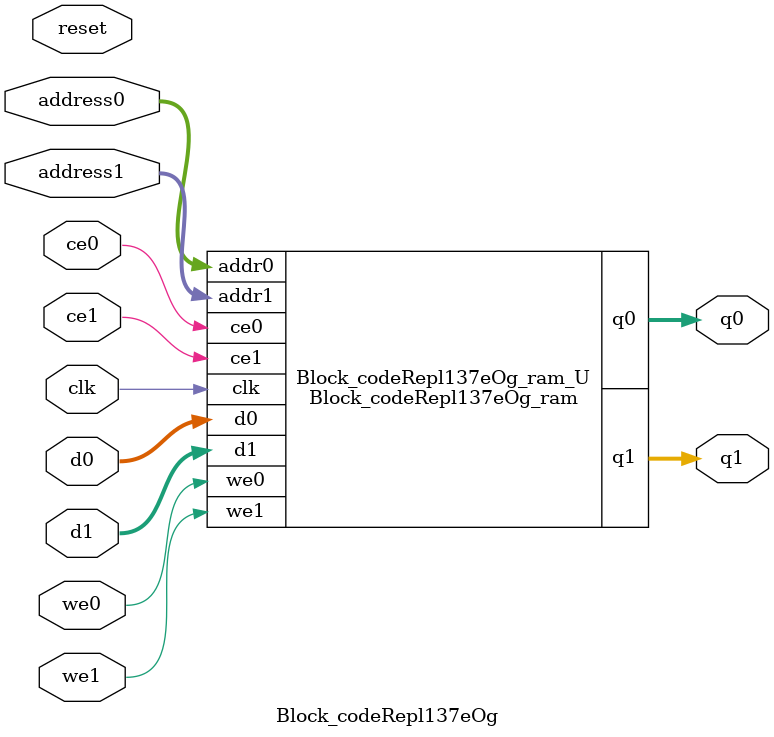
<source format=v>
`timescale 1 ns / 1 ps
module Block_codeRepl137eOg_ram (addr0, ce0, d0, we0, q0, addr1, ce1, d1, we1, q1,  clk);

parameter DWIDTH = 32;
parameter AWIDTH = 12;
parameter MEM_SIZE = 2898;

input[AWIDTH-1:0] addr0;
input ce0;
input[DWIDTH-1:0] d0;
input we0;
output reg[DWIDTH-1:0] q0;
input[AWIDTH-1:0] addr1;
input ce1;
input[DWIDTH-1:0] d1;
input we1;
output reg[DWIDTH-1:0] q1;
input clk;

(* ram_style = "block" *)reg [DWIDTH-1:0] ram[0:MEM_SIZE-1];




always @(posedge clk)  
begin 
    if (ce0) begin
        if (we0) 
            ram[addr0] <= d0; 
        q0 <= ram[addr0];
    end
end


always @(posedge clk)  
begin 
    if (ce1) begin
        if (we1) 
            ram[addr1] <= d1; 
        q1 <= ram[addr1];
    end
end


endmodule

`timescale 1 ns / 1 ps
module Block_codeRepl137eOg(
    reset,
    clk,
    address0,
    ce0,
    we0,
    d0,
    q0,
    address1,
    ce1,
    we1,
    d1,
    q1);

parameter DataWidth = 32'd32;
parameter AddressRange = 32'd2898;
parameter AddressWidth = 32'd12;
input reset;
input clk;
input[AddressWidth - 1:0] address0;
input ce0;
input we0;
input[DataWidth - 1:0] d0;
output[DataWidth - 1:0] q0;
input[AddressWidth - 1:0] address1;
input ce1;
input we1;
input[DataWidth - 1:0] d1;
output[DataWidth - 1:0] q1;



Block_codeRepl137eOg_ram Block_codeRepl137eOg_ram_U(
    .clk( clk ),
    .addr0( address0 ),
    .ce0( ce0 ),
    .we0( we0 ),
    .d0( d0 ),
    .q0( q0 ),
    .addr1( address1 ),
    .ce1( ce1 ),
    .we1( we1 ),
    .d1( d1 ),
    .q1( q1 ));

endmodule


</source>
